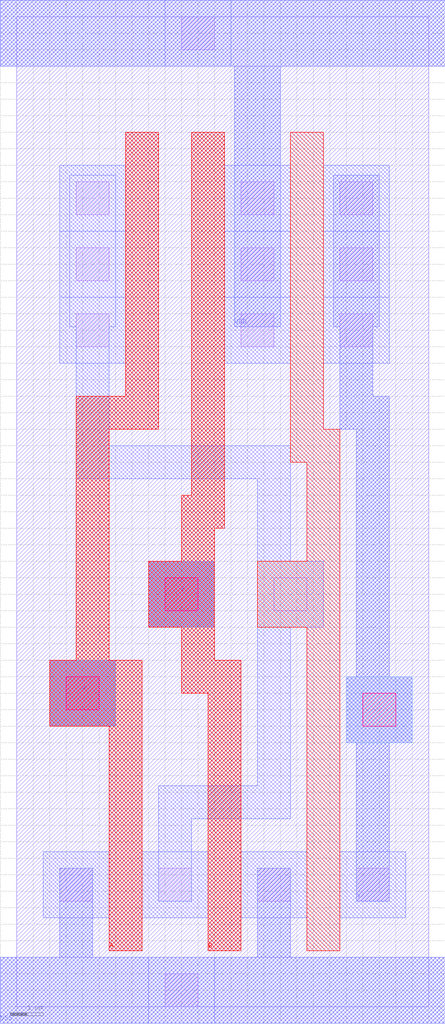
<source format=lef>
VERSION 5.3 ;

NAMESCASESENSITIVE ON ;

UNITS
  DATABASE MICRONS 1000 ;
END UNITS











MACRO or21LEF
  CLASS BLOCK ;
  PIN A
    DIRECTION INPUT ;
    PORT
      LAYER ML1 ;
        POLYGON 1.000 10.500  1.000 8.500  3.000 8.500  3.000 10.500  1.000 
        10.500  ;
    END
    PORT
      LAYER POL ;
        POLYGON 1.000 10.500  1.000 8.500  2.800 8.500  2.800 1.700  3.800 
        1.700  3.800 10.500  2.800 10.500  2.800 17.500  4.300 17.500  4.300 
        26.500  3.300 26.500  3.300 18.500  1.800 18.500  1.800 10.500  1.000 
        10.500  ;
    END
  END A
  PIN B
    DIRECTION INPUT ;
    PORT
      LAYER POL ;
        POLYGON 4.000 13.500  4.000 11.500  5.000 11.500  5.000 9.500  5.800 
        9.500  5.800 1.700  6.800 1.700  6.800 10.500  6.000 10.500  6.000 
        14.500  6.300 14.500  6.300 26.500  5.300 26.500  5.300 15.500  5.000 
        15.500  5.000 13.500  4.000 13.500  ;
    END
    PORT
      LAYER ML1 ;
        POLYGON 4.000 11.500  4.000 13.500  6.000 13.500  6.000 11.500  4.000 
        11.500  ;
    END
  END B
  PIN VDD
    DIRECTION INOUT ;
    PORT
      LAYER ML1 ;
        POLYGON -0.500 30.500  -0.500 28.500  6.600 28.500  6.600 20.600  
        8.000 20.600  8.000 28.500  13.000 28.500  13.000 30.500  -0.500 
        30.500  ;
    END
  END VDD
  PIN VSS
    DIRECTION INOUT ;
    PORT
      LAYER ML1 ;
        POLYGON -0.500 1.500  -0.500 -0.500  13.000 -0.500  13.000 1.500  
        8.300 1.500  8.300 4.200  7.300 4.200  7.300 1.500  2.300 1.500  2.300 
        4.200  1.300 4.200  1.300 1.500  -0.500 1.500  ;
    END
  END VSS
  PIN Y
    DIRECTION OUTPUT ;
    PORT
      LAYER ML1 ;
        POLYGON 10.000 10.000  10.000 8.000  10.300 8.000  10.300 3.200  
        11.300 3.200  11.300 8.000  12.000 8.000  12.000 10.000  11.300 10.000 
         11.300 18.500  10.800 18.500  10.800 20.600  11.000 20.600  11.000 
        25.200  9.600 25.200  9.600 20.600  9.800 20.600  9.800 17.500  10.300 
        17.500  10.300 10.000  10.000 10.000  ;
    END
  END Y
  OBS
    LAYER CNT ;
      POLYGON 6.800 24.000  6.800 25.000  7.800 25.000  7.800 24.000  6.800 
      24.000  ;
      POLYGON 7.300 3.200  7.300 4.200  8.300 4.200  8.300 3.200  7.300 3.200  ;
      
      POLYGON 9.800 22.000  9.800 23.000  10.800 23.000  10.800 22.000  9.800 
      22.000  ;
      POLYGON 9.800 20.000  9.800 21.000  10.800 21.000  10.800 20.000  9.800 
      20.000  ;
      POLYGON 9.800 24.000  9.800 25.000  10.800 25.000  10.800 24.000  9.800 
      24.000  ;
      POLYGON 10.300 3.200  10.300 4.200  11.300 4.200  11.300 3.200  10.300 
      3.200  ;
      POLYGON 5.000 29.000  5.000 30.000  6.000 30.000  6.000 29.000  5.000 
      29.000  ;
      POLYGON 4.500 12.000  4.500 13.000  5.500 13.000  5.500 12.000  4.500 
      12.000  ;
      POLYGON 7.800 12.000  7.800 13.000  8.800 13.000  8.800 12.000  7.800 
      12.000  ;
      POLYGON 1.500 9.000  1.500 10.000  2.500 10.000  2.500 9.000  1.500 
      9.000  ;
      POLYGON 4.500 0.000  4.500 1.000  5.500 1.000  5.500 0.000  4.500 0.000  ;
      
      POLYGON 6.800 22.000  6.800 23.000  7.800 23.000  7.800 22.000  6.800 
      22.000  ;
      POLYGON 6.800 20.000  6.800 21.000  7.800 21.000  7.800 20.000  6.800 
      20.000  ;
      POLYGON 4.300 3.200  4.300 4.200  5.300 4.200  5.300 3.200  4.300 3.200  ;
      
      POLYGON 1.800 24.000  1.800 25.000  2.800 25.000  2.800 24.000  1.800 
      24.000  ;
      POLYGON 1.800 20.000  1.800 21.000  2.800 21.000  2.800 20.000  1.800 
      20.000  ;
      POLYGON 1.800 22.000  1.800 23.000  2.800 23.000  2.800 22.000  1.800 
      22.000  ;
      POLYGON 1.300 3.200  1.300 4.200  2.300 4.200  2.300 3.200  1.300 3.200  ;
      
    LAYER FRAME ;
      RECT -0.500 28.500  13.000 30.500  ;
      RECT -0.500 -0.500  13.000 1.500  ;
      POLYGON 0.000 0.000  12.500 0.000  12.500 30.000  0.000 30.000  0.000 
      0.000  ;
    LAYER ML1 ;
      POLYGON 4.000 11.500  4.000 13.500  6.000 13.500  6.000 11.500  4.000 
      11.500  ;
      RECT 4.000 -0.500  6.000 1.500  ;
      RECT 1.000 8.500  3.000 10.500  ;
      RECT 4.000 11.500  6.000 13.500  ;
      RECT 4.500 28.500  6.500 30.500  ;
      RECT 9.800 2.700  11.800 4.700  ;
      RECT 9.300 23.500  11.300 25.500  ;
      RECT 9.300 19.500  11.300 21.500  ;
      RECT 9.300 21.500  11.300 23.500  ;
      RECT 6.800 2.700  8.800 4.700  ;
      RECT 6.300 23.500  8.300 25.500  ;
      RECT 6.300 21.500  8.300 23.500  ;
      RECT 6.300 19.500  8.300 21.500  ;
      RECT 3.800 2.700  5.800 4.700  ;
      RECT 1.300 23.500  3.300 25.500  ;
      RECT 1.300 19.500  3.300 21.500  ;
      RECT 1.300 21.500  3.300 23.500  ;
      RECT 0.800 2.700  2.800 4.700  ;
      POLYGON -0.500 30.500  -0.500 28.500  6.600 28.500  6.600 20.600  8.000 
      20.600  8.000 28.500  13.000 28.500  13.000 30.500  -0.500 30.500  ;
      POLYGON -0.500 1.500  -0.500 -0.500  13.000 -0.500  13.000 1.500  8.300 
      1.500  8.300 4.200  7.300 4.200  7.300 1.500  2.300 1.500  2.300 4.200  
      1.300 4.200  1.300 1.500  -0.500 1.500  ;
      POLYGON 4.300 6.700  4.300 3.200  5.300 3.200  5.300 5.700  8.300 5.700  
      8.300 11.500  9.300 11.500  9.300 13.500  8.300 13.500  8.300 17.000  
      2.800 17.000  2.800 20.600  3.000 20.600  3.000 25.200  1.600 25.200  
      1.600 20.600  1.800 20.600  1.800 16.000  7.300 16.000  7.300 6.700  
      4.300 6.700  ;
      POLYGON 10.000 10.000  10.000 8.000  10.300 8.000  10.300 3.200  11.300 
      3.200  11.300 8.000  12.000 8.000  12.000 10.000  11.300 10.000  11.300 
      18.500  10.800 18.500  10.800 20.600  11.000 20.600  11.000 25.200  
      9.600 25.200  9.600 20.600  9.800 20.600  9.800 17.500  10.300 17.500  
      10.300 10.000  10.000 10.000  ;
      POLYGON 1.000 10.500  1.000 8.500  3.000 8.500  3.000 10.500  1.000 
      10.500  ;
    LAYER ML2 ;
      POLYGON 1.000 10.500  1.000 8.500  3.000 8.500  3.000 10.500  1.000 
      10.500  ;
      POLYGON 10.000 10.000  10.000 8.000  12.000 8.000  12.000 10.000  10.000 
      10.000  ;
      POLYGON 4.000 11.500  4.000 13.500  6.000 13.500  6.000 11.500  4.000 
      11.500  ;
    LAYER POL ;
      POLYGON 7.300 13.500  7.300 11.500  8.800 11.500  8.800 1.700  9.800 
      1.700  9.800 17.500  9.300 17.500  9.300 26.500  8.300 26.500  8.300 
      16.500  8.800 16.500  8.800 13.500  7.300 13.500  ;
      POLYGON 4.000 13.500  4.000 11.500  5.000 11.500  5.000 9.500  5.800 
      9.500  5.800 1.700  6.800 1.700  6.800 10.500  6.000 10.500  6.000 
      14.500  6.300 14.500  6.300 26.500  5.300 26.500  5.300 15.500  5.000 
      15.500  5.000 13.500  4.000 13.500  ;
      POLYGON 1.000 10.500  1.000 8.500  2.800 8.500  2.800 1.700  3.800 1.700 
       3.800 10.500  2.800 10.500  2.800 17.500  4.300 17.500  4.300 26.500  
      3.300 26.500  3.300 18.500  1.800 18.500  1.800 10.500  1.000 10.500  ;
    LAYER VIA1 ;
      POLYGON 10.500 8.500  10.500 9.500  11.500 9.500  11.500 8.500  10.500 
      8.500  ;
      POLYGON 4.500 12.000  4.500 13.000  5.500 13.000  5.500 12.000  4.500 
      12.000  ;
      POLYGON 1.500 9.000  1.500 10.000  2.500 10.000  2.500 9.000  1.500 
      9.000  ;
  END
END or21LEF


END LIBRARY

</source>
